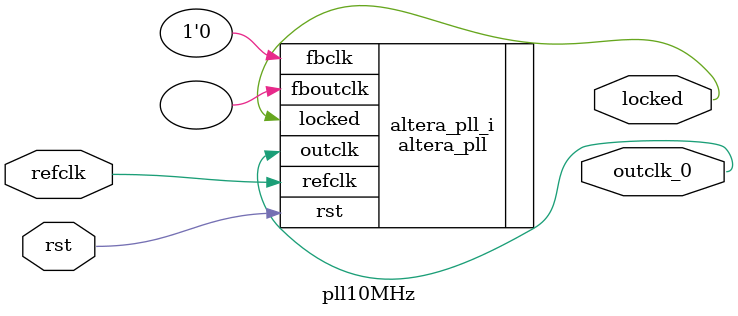
<source format=v>
`timescale 1ns/10ps

module  pll10MHz(

	// interface 'refclk'
	input wire refclk,

	// interface 'reset'
	input wire rst,

	// interface 'outclk0'
	output wire outclk_0,

	// interface 'locked'
	output wire locked
);

	altera_pll #(
		.fractional_vco_multiplier("false"),
		.reference_clock_frequency("50.0 MHz"),
		.operation_mode("direct"),
		.number_of_clocks(1),
		.output_clock_frequency0("10.000000 MHz"),
		.phase_shift0("0 ps"),
		.duty_cycle0(50),
		.output_clock_frequency1("0 MHz"),
		.phase_shift1("0 ps"),
		.duty_cycle1(50),
		.output_clock_frequency2("0 MHz"),
		.phase_shift2("0 ps"),
		.duty_cycle2(50),
		.output_clock_frequency3("0 MHz"),
		.phase_shift3("0 ps"),
		.duty_cycle3(50),
		.output_clock_frequency4("0 MHz"),
		.phase_shift4("0 ps"),
		.duty_cycle4(50),
		.output_clock_frequency5("0 MHz"),
		.phase_shift5("0 ps"),
		.duty_cycle5(50),
		.output_clock_frequency6("0 MHz"),
		.phase_shift6("0 ps"),
		.duty_cycle6(50),
		.output_clock_frequency7("0 MHz"),
		.phase_shift7("0 ps"),
		.duty_cycle7(50),
		.output_clock_frequency8("0 MHz"),
		.phase_shift8("0 ps"),
		.duty_cycle8(50),
		.output_clock_frequency9("0 MHz"),
		.phase_shift9("0 ps"),
		.duty_cycle9(50),
		.output_clock_frequency10("0 MHz"),
		.phase_shift10("0 ps"),
		.duty_cycle10(50),
		.output_clock_frequency11("0 MHz"),
		.phase_shift11("0 ps"),
		.duty_cycle11(50),
		.output_clock_frequency12("0 MHz"),
		.phase_shift12("0 ps"),
		.duty_cycle12(50),
		.output_clock_frequency13("0 MHz"),
		.phase_shift13("0 ps"),
		.duty_cycle13(50),
		.output_clock_frequency14("0 MHz"),
		.phase_shift14("0 ps"),
		.duty_cycle14(50),
		.output_clock_frequency15("0 MHz"),
		.phase_shift15("0 ps"),
		.duty_cycle15(50),
		.output_clock_frequency16("0 MHz"),
		.phase_shift16("0 ps"),
		.duty_cycle16(50),
		.output_clock_frequency17("0 MHz"),
		.phase_shift17("0 ps"),
		.duty_cycle17(50),
		.pll_type("General"),
		.pll_subtype("General")
	) altera_pll_i (
		.rst	(rst),
		.outclk	({outclk_0}),
		.locked	(locked),
		.fboutclk	( ),
		.fbclk	(1'b0),
		.refclk	(refclk)
	);
endmodule

</source>
